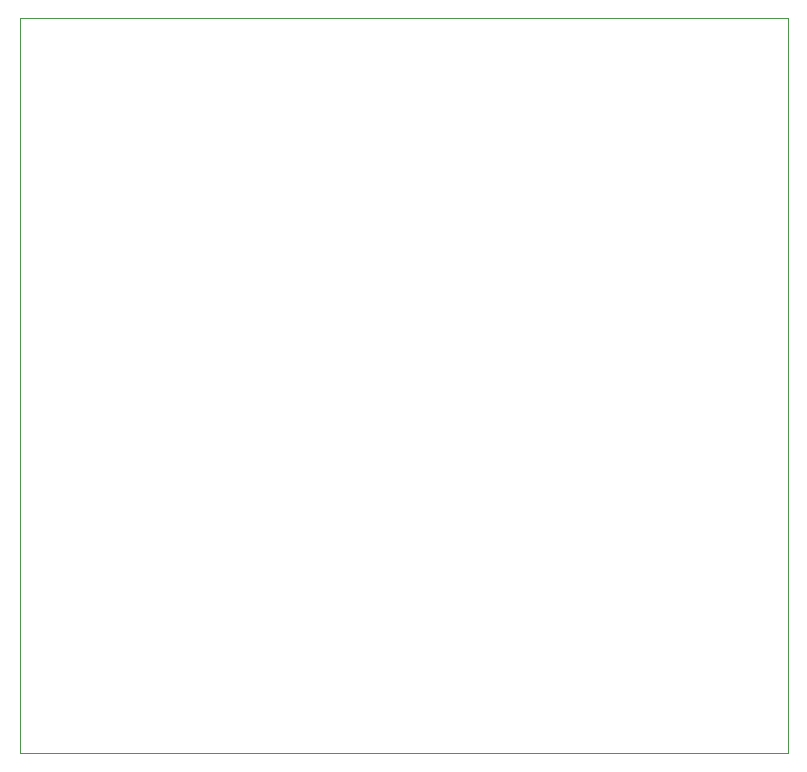
<source format=gm1>
%TF.GenerationSoftware,KiCad,Pcbnew,(5.1.8)-1*%
%TF.CreationDate,2021-11-19T10:40:59+01:00*%
%TF.ProjectId,Base,42617365-2e6b-4696-9361-645f70636258,rev?*%
%TF.SameCoordinates,Original*%
%TF.FileFunction,Profile,NP*%
%FSLAX46Y46*%
G04 Gerber Fmt 4.6, Leading zero omitted, Abs format (unit mm)*
G04 Created by KiCad (PCBNEW (5.1.8)-1) date 2021-11-19 10:40:59*
%MOMM*%
%LPD*%
G01*
G04 APERTURE LIST*
%TA.AperFunction,Profile*%
%ADD10C,0.050000*%
%TD*%
G04 APERTURE END LIST*
D10*
X176746000Y-129248000D02*
X176746000Y-67018000D01*
X111722000Y-129248000D02*
X176746000Y-129248000D01*
X111722000Y-67018000D02*
X119469000Y-67018000D01*
X111722000Y-129248000D02*
X111722000Y-67018000D01*
X176746000Y-67018000D02*
X119469000Y-67018000D01*
M02*

</source>
